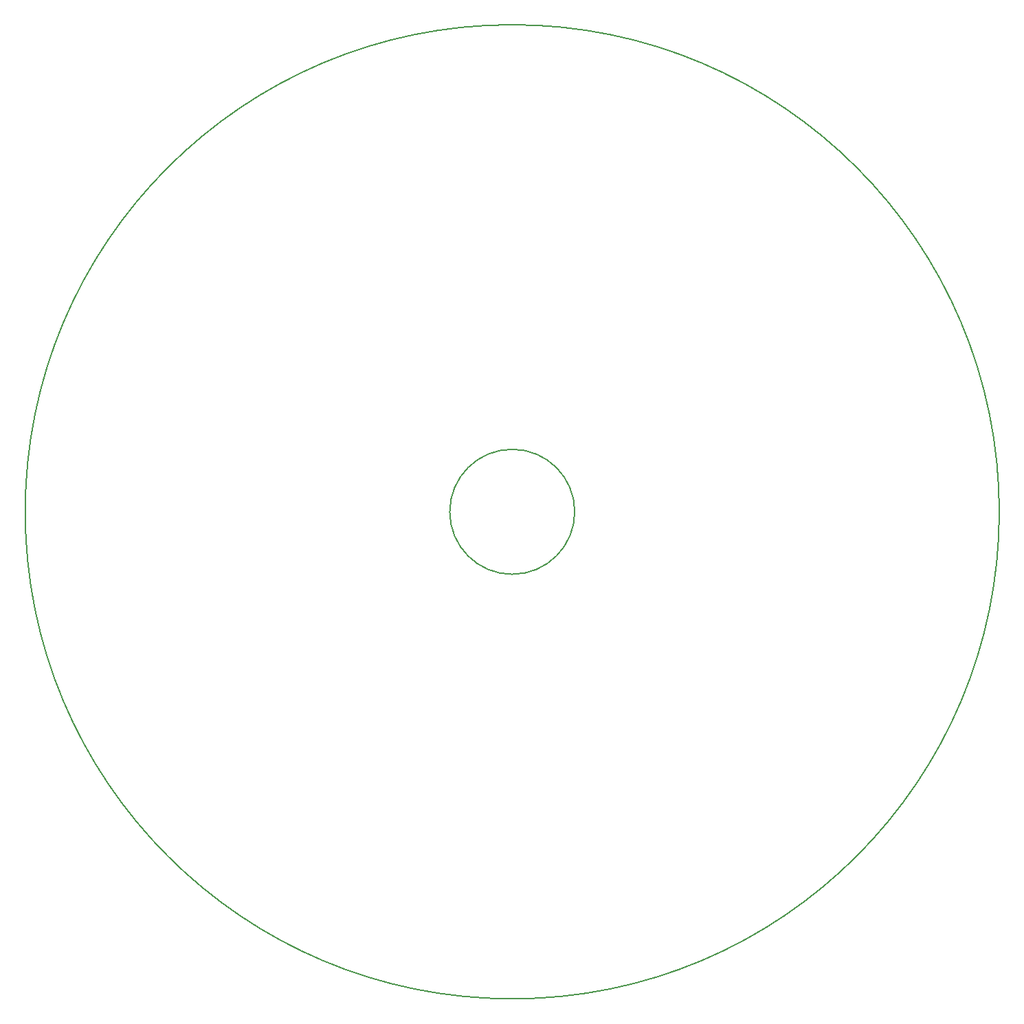
<source format=gbr>
%TF.GenerationSoftware,KiCad,Pcbnew,8.0.7*%
%TF.CreationDate,2025-03-03T14:35:13+00:00*%
%TF.ProjectId,FYP_Heater,4659505f-4865-4617-9465-722e6b696361,rev?*%
%TF.SameCoordinates,Original*%
%TF.FileFunction,Profile,NP*%
%FSLAX46Y46*%
G04 Gerber Fmt 4.6, Leading zero omitted, Abs format (unit mm)*
G04 Created by KiCad (PCBNEW 8.0.7) date 2025-03-03 14:35:13*
%MOMM*%
%LPD*%
G01*
G04 APERTURE LIST*
%TA.AperFunction,Profile*%
%ADD10C,0.200000*%
%TD*%
G04 APERTURE END LIST*
D10*
X159000000Y-100000000D02*
G75*
G02*
X39000000Y-100000000I-60000000J0D01*
G01*
X39000000Y-100000000D02*
G75*
G02*
X159000000Y-100000000I60000000J0D01*
G01*
X106700000Y-100000000D02*
G75*
G02*
X91300000Y-100000000I-7700000J0D01*
G01*
X91300000Y-100000000D02*
G75*
G02*
X106700000Y-100000000I7700000J0D01*
G01*
M02*

</source>
